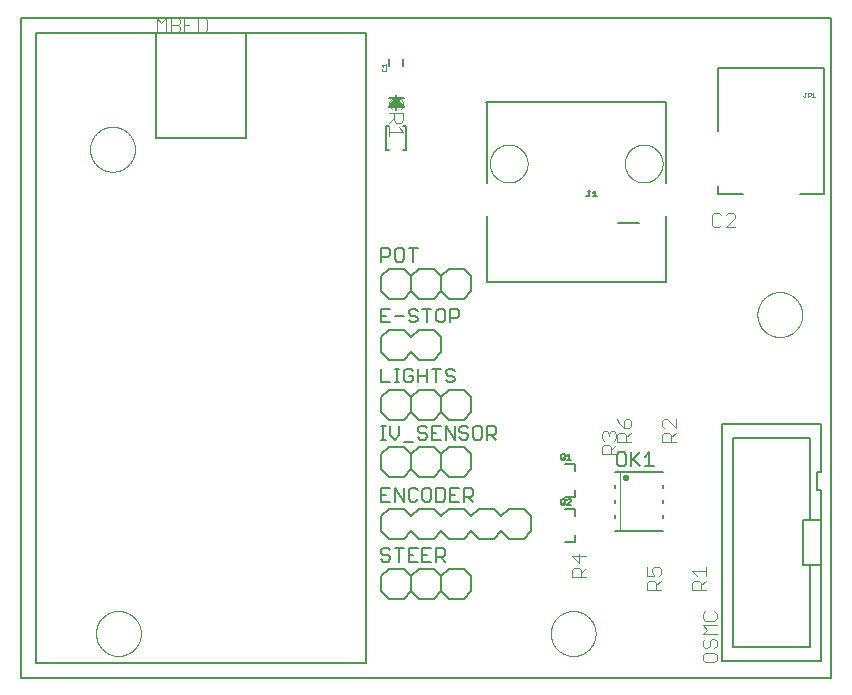
<source format=gto>
G75*
%MOIN*%
%OFA0B0*%
%FSLAX25Y25*%
%IPPOS*%
%LPD*%
%AMOC8*
5,1,8,0,0,1.08239X$1,22.5*
%
%ADD10C,0.00600*%
%ADD11C,0.00000*%
%ADD12C,0.00100*%
%ADD13C,0.00300*%
%ADD14C,0.00800*%
%ADD15C,0.00500*%
%ADD16C,0.00400*%
%ADD17C,0.02205*%
D10*
X0001300Y0001300D02*
X0001300Y0221300D01*
X0271300Y0221300D01*
X0271300Y0001300D01*
X0001300Y0001300D01*
X0121300Y0030020D02*
X0123800Y0027520D01*
X0128800Y0027520D01*
X0131300Y0030020D01*
X0133800Y0027520D01*
X0138800Y0027520D01*
X0141300Y0030020D01*
X0143800Y0027520D01*
X0148800Y0027520D01*
X0151300Y0030020D01*
X0151300Y0035020D01*
X0148800Y0037520D01*
X0143800Y0037520D01*
X0141300Y0035020D01*
X0141300Y0030020D01*
X0141300Y0035020D02*
X0138800Y0037520D01*
X0133800Y0037520D01*
X0131300Y0035020D01*
X0131300Y0030020D01*
X0131300Y0035020D02*
X0128800Y0037520D01*
X0123800Y0037520D01*
X0121300Y0035020D01*
X0121300Y0030020D01*
X0123800Y0068150D02*
X0128800Y0068150D01*
X0131300Y0070650D01*
X0133800Y0068150D01*
X0138800Y0068150D01*
X0141300Y0070650D01*
X0143800Y0068150D01*
X0148800Y0068150D01*
X0151300Y0070650D01*
X0151300Y0075650D01*
X0148800Y0078150D01*
X0143800Y0078150D01*
X0141300Y0075650D01*
X0141300Y0070650D01*
X0141300Y0075650D02*
X0138800Y0078150D01*
X0133800Y0078150D01*
X0131300Y0075650D01*
X0131300Y0070650D01*
X0131300Y0075650D02*
X0128800Y0078150D01*
X0123800Y0078150D01*
X0121300Y0075650D01*
X0121300Y0070650D01*
X0123800Y0068150D01*
X0123800Y0087206D02*
X0128800Y0087206D01*
X0131300Y0089706D01*
X0133800Y0087206D01*
X0138800Y0087206D01*
X0141300Y0089706D01*
X0143800Y0087206D01*
X0148800Y0087206D01*
X0151300Y0089706D01*
X0151300Y0094706D01*
X0148800Y0097206D01*
X0143800Y0097206D01*
X0141300Y0094706D01*
X0141300Y0089706D01*
X0141300Y0094706D02*
X0138800Y0097206D01*
X0133800Y0097206D01*
X0131300Y0094706D01*
X0131300Y0089706D01*
X0131300Y0094706D02*
X0128800Y0097206D01*
X0123800Y0097206D01*
X0121300Y0094706D01*
X0121300Y0089706D01*
X0123800Y0087206D01*
X0123800Y0127520D02*
X0128800Y0127520D01*
X0131300Y0130020D01*
X0133800Y0127520D01*
X0138800Y0127520D01*
X0141300Y0130020D01*
X0143800Y0127520D01*
X0148800Y0127520D01*
X0151300Y0130020D01*
X0151300Y0135020D01*
X0148800Y0137520D01*
X0143800Y0137520D01*
X0141300Y0135020D01*
X0141300Y0130020D01*
X0141300Y0135020D02*
X0138800Y0137520D01*
X0133800Y0137520D01*
X0131300Y0135020D01*
X0131300Y0130020D01*
X0131300Y0135020D02*
X0128800Y0137520D01*
X0123800Y0137520D01*
X0121300Y0135020D01*
X0121300Y0130020D01*
X0123800Y0127520D01*
X0124000Y0177300D02*
X0122900Y0177300D01*
X0122900Y0185300D01*
X0124000Y0185300D01*
X0128600Y0185300D02*
X0129700Y0185300D01*
X0129700Y0177300D01*
X0128600Y0177300D01*
X0126300Y0190500D02*
X0126300Y0194500D01*
X0125800Y0191500D01*
X0125300Y0191500D02*
X0126300Y0194500D01*
X0124800Y0191500D01*
X0124300Y0191500D02*
X0126300Y0194500D01*
X0123800Y0191500D01*
X0128800Y0191500D01*
X0126300Y0194500D01*
X0126800Y0191500D01*
X0127300Y0191500D02*
X0126300Y0194500D01*
X0127800Y0191500D01*
X0128300Y0191500D02*
X0126300Y0194500D01*
X0123800Y0194500D01*
X0126300Y0194500D02*
X0126300Y0195500D01*
X0126300Y0194500D02*
X0128800Y0194500D01*
X0128662Y0205119D02*
X0128662Y0207481D01*
X0123938Y0207481D02*
X0123938Y0205119D01*
X0199221Y0069883D02*
X0200906Y0069883D01*
X0215190Y0069883D01*
X0215206Y0065580D02*
X0215206Y0064580D01*
X0215206Y0060580D02*
X0215206Y0059580D01*
X0215206Y0055580D02*
X0215206Y0054580D01*
X0215190Y0050276D02*
X0200906Y0050276D01*
X0199221Y0050276D01*
X0199206Y0054580D02*
X0199206Y0055580D01*
X0199206Y0059580D02*
X0199206Y0060580D01*
X0199206Y0064580D02*
X0199206Y0065580D01*
D11*
X0177796Y0015985D02*
X0177798Y0016169D01*
X0177805Y0016352D01*
X0177816Y0016535D01*
X0177832Y0016718D01*
X0177852Y0016901D01*
X0177877Y0017083D01*
X0177906Y0017264D01*
X0177940Y0017444D01*
X0177978Y0017624D01*
X0178020Y0017802D01*
X0178067Y0017980D01*
X0178118Y0018156D01*
X0178174Y0018331D01*
X0178233Y0018505D01*
X0178297Y0018677D01*
X0178365Y0018847D01*
X0178438Y0019016D01*
X0178514Y0019183D01*
X0178595Y0019348D01*
X0178679Y0019511D01*
X0178768Y0019672D01*
X0178860Y0019830D01*
X0178956Y0019987D01*
X0179057Y0020141D01*
X0179160Y0020292D01*
X0179268Y0020441D01*
X0179379Y0020587D01*
X0179494Y0020730D01*
X0179612Y0020871D01*
X0179734Y0021008D01*
X0179859Y0021143D01*
X0179987Y0021274D01*
X0180118Y0021402D01*
X0180253Y0021527D01*
X0180390Y0021649D01*
X0180531Y0021767D01*
X0180674Y0021882D01*
X0180820Y0021993D01*
X0180969Y0022101D01*
X0181120Y0022204D01*
X0181274Y0022305D01*
X0181431Y0022401D01*
X0181589Y0022493D01*
X0181750Y0022582D01*
X0181913Y0022666D01*
X0182078Y0022747D01*
X0182245Y0022823D01*
X0182414Y0022896D01*
X0182584Y0022964D01*
X0182756Y0023028D01*
X0182930Y0023087D01*
X0183105Y0023143D01*
X0183281Y0023194D01*
X0183459Y0023241D01*
X0183637Y0023283D01*
X0183817Y0023321D01*
X0183997Y0023355D01*
X0184178Y0023384D01*
X0184360Y0023409D01*
X0184543Y0023429D01*
X0184726Y0023445D01*
X0184909Y0023456D01*
X0185092Y0023463D01*
X0185276Y0023465D01*
X0185460Y0023463D01*
X0185643Y0023456D01*
X0185826Y0023445D01*
X0186009Y0023429D01*
X0186192Y0023409D01*
X0186374Y0023384D01*
X0186555Y0023355D01*
X0186735Y0023321D01*
X0186915Y0023283D01*
X0187093Y0023241D01*
X0187271Y0023194D01*
X0187447Y0023143D01*
X0187622Y0023087D01*
X0187796Y0023028D01*
X0187968Y0022964D01*
X0188138Y0022896D01*
X0188307Y0022823D01*
X0188474Y0022747D01*
X0188639Y0022666D01*
X0188802Y0022582D01*
X0188963Y0022493D01*
X0189121Y0022401D01*
X0189278Y0022305D01*
X0189432Y0022204D01*
X0189583Y0022101D01*
X0189732Y0021993D01*
X0189878Y0021882D01*
X0190021Y0021767D01*
X0190162Y0021649D01*
X0190299Y0021527D01*
X0190434Y0021402D01*
X0190565Y0021274D01*
X0190693Y0021143D01*
X0190818Y0021008D01*
X0190940Y0020871D01*
X0191058Y0020730D01*
X0191173Y0020587D01*
X0191284Y0020441D01*
X0191392Y0020292D01*
X0191495Y0020141D01*
X0191596Y0019987D01*
X0191692Y0019830D01*
X0191784Y0019672D01*
X0191873Y0019511D01*
X0191957Y0019348D01*
X0192038Y0019183D01*
X0192114Y0019016D01*
X0192187Y0018847D01*
X0192255Y0018677D01*
X0192319Y0018505D01*
X0192378Y0018331D01*
X0192434Y0018156D01*
X0192485Y0017980D01*
X0192532Y0017802D01*
X0192574Y0017624D01*
X0192612Y0017444D01*
X0192646Y0017264D01*
X0192675Y0017083D01*
X0192700Y0016901D01*
X0192720Y0016718D01*
X0192736Y0016535D01*
X0192747Y0016352D01*
X0192754Y0016169D01*
X0192756Y0015985D01*
X0192754Y0015801D01*
X0192747Y0015618D01*
X0192736Y0015435D01*
X0192720Y0015252D01*
X0192700Y0015069D01*
X0192675Y0014887D01*
X0192646Y0014706D01*
X0192612Y0014526D01*
X0192574Y0014346D01*
X0192532Y0014168D01*
X0192485Y0013990D01*
X0192434Y0013814D01*
X0192378Y0013639D01*
X0192319Y0013465D01*
X0192255Y0013293D01*
X0192187Y0013123D01*
X0192114Y0012954D01*
X0192038Y0012787D01*
X0191957Y0012622D01*
X0191873Y0012459D01*
X0191784Y0012298D01*
X0191692Y0012140D01*
X0191596Y0011983D01*
X0191495Y0011829D01*
X0191392Y0011678D01*
X0191284Y0011529D01*
X0191173Y0011383D01*
X0191058Y0011240D01*
X0190940Y0011099D01*
X0190818Y0010962D01*
X0190693Y0010827D01*
X0190565Y0010696D01*
X0190434Y0010568D01*
X0190299Y0010443D01*
X0190162Y0010321D01*
X0190021Y0010203D01*
X0189878Y0010088D01*
X0189732Y0009977D01*
X0189583Y0009869D01*
X0189432Y0009766D01*
X0189278Y0009665D01*
X0189121Y0009569D01*
X0188963Y0009477D01*
X0188802Y0009388D01*
X0188639Y0009304D01*
X0188474Y0009223D01*
X0188307Y0009147D01*
X0188138Y0009074D01*
X0187968Y0009006D01*
X0187796Y0008942D01*
X0187622Y0008883D01*
X0187447Y0008827D01*
X0187271Y0008776D01*
X0187093Y0008729D01*
X0186915Y0008687D01*
X0186735Y0008649D01*
X0186555Y0008615D01*
X0186374Y0008586D01*
X0186192Y0008561D01*
X0186009Y0008541D01*
X0185826Y0008525D01*
X0185643Y0008514D01*
X0185460Y0008507D01*
X0185276Y0008505D01*
X0185092Y0008507D01*
X0184909Y0008514D01*
X0184726Y0008525D01*
X0184543Y0008541D01*
X0184360Y0008561D01*
X0184178Y0008586D01*
X0183997Y0008615D01*
X0183817Y0008649D01*
X0183637Y0008687D01*
X0183459Y0008729D01*
X0183281Y0008776D01*
X0183105Y0008827D01*
X0182930Y0008883D01*
X0182756Y0008942D01*
X0182584Y0009006D01*
X0182414Y0009074D01*
X0182245Y0009147D01*
X0182078Y0009223D01*
X0181913Y0009304D01*
X0181750Y0009388D01*
X0181589Y0009477D01*
X0181431Y0009569D01*
X0181274Y0009665D01*
X0181120Y0009766D01*
X0180969Y0009869D01*
X0180820Y0009977D01*
X0180674Y0010088D01*
X0180531Y0010203D01*
X0180390Y0010321D01*
X0180253Y0010443D01*
X0180118Y0010568D01*
X0179987Y0010696D01*
X0179859Y0010827D01*
X0179734Y0010962D01*
X0179612Y0011099D01*
X0179494Y0011240D01*
X0179379Y0011383D01*
X0179268Y0011529D01*
X0179160Y0011678D01*
X0179057Y0011829D01*
X0178956Y0011983D01*
X0178860Y0012140D01*
X0178768Y0012298D01*
X0178679Y0012459D01*
X0178595Y0012622D01*
X0178514Y0012787D01*
X0178438Y0012954D01*
X0178365Y0013123D01*
X0178297Y0013293D01*
X0178233Y0013465D01*
X0178174Y0013639D01*
X0178118Y0013814D01*
X0178067Y0013990D01*
X0178020Y0014168D01*
X0177978Y0014346D01*
X0177940Y0014526D01*
X0177906Y0014706D01*
X0177877Y0014887D01*
X0177852Y0015069D01*
X0177832Y0015252D01*
X0177816Y0015435D01*
X0177805Y0015618D01*
X0177798Y0015801D01*
X0177796Y0015985D01*
X0246694Y0122284D02*
X0246696Y0122468D01*
X0246703Y0122651D01*
X0246714Y0122834D01*
X0246730Y0123017D01*
X0246750Y0123200D01*
X0246775Y0123382D01*
X0246804Y0123563D01*
X0246838Y0123743D01*
X0246876Y0123923D01*
X0246918Y0124101D01*
X0246965Y0124279D01*
X0247016Y0124455D01*
X0247072Y0124630D01*
X0247131Y0124804D01*
X0247195Y0124976D01*
X0247263Y0125146D01*
X0247336Y0125315D01*
X0247412Y0125482D01*
X0247493Y0125647D01*
X0247577Y0125810D01*
X0247666Y0125971D01*
X0247758Y0126129D01*
X0247854Y0126286D01*
X0247955Y0126440D01*
X0248058Y0126591D01*
X0248166Y0126740D01*
X0248277Y0126886D01*
X0248392Y0127029D01*
X0248510Y0127170D01*
X0248632Y0127307D01*
X0248757Y0127442D01*
X0248885Y0127573D01*
X0249016Y0127701D01*
X0249151Y0127826D01*
X0249288Y0127948D01*
X0249429Y0128066D01*
X0249572Y0128181D01*
X0249718Y0128292D01*
X0249867Y0128400D01*
X0250018Y0128503D01*
X0250172Y0128604D01*
X0250329Y0128700D01*
X0250487Y0128792D01*
X0250648Y0128881D01*
X0250811Y0128965D01*
X0250976Y0129046D01*
X0251143Y0129122D01*
X0251312Y0129195D01*
X0251482Y0129263D01*
X0251654Y0129327D01*
X0251828Y0129386D01*
X0252003Y0129442D01*
X0252179Y0129493D01*
X0252357Y0129540D01*
X0252535Y0129582D01*
X0252715Y0129620D01*
X0252895Y0129654D01*
X0253076Y0129683D01*
X0253258Y0129708D01*
X0253441Y0129728D01*
X0253624Y0129744D01*
X0253807Y0129755D01*
X0253990Y0129762D01*
X0254174Y0129764D01*
X0254358Y0129762D01*
X0254541Y0129755D01*
X0254724Y0129744D01*
X0254907Y0129728D01*
X0255090Y0129708D01*
X0255272Y0129683D01*
X0255453Y0129654D01*
X0255633Y0129620D01*
X0255813Y0129582D01*
X0255991Y0129540D01*
X0256169Y0129493D01*
X0256345Y0129442D01*
X0256520Y0129386D01*
X0256694Y0129327D01*
X0256866Y0129263D01*
X0257036Y0129195D01*
X0257205Y0129122D01*
X0257372Y0129046D01*
X0257537Y0128965D01*
X0257700Y0128881D01*
X0257861Y0128792D01*
X0258019Y0128700D01*
X0258176Y0128604D01*
X0258330Y0128503D01*
X0258481Y0128400D01*
X0258630Y0128292D01*
X0258776Y0128181D01*
X0258919Y0128066D01*
X0259060Y0127948D01*
X0259197Y0127826D01*
X0259332Y0127701D01*
X0259463Y0127573D01*
X0259591Y0127442D01*
X0259716Y0127307D01*
X0259838Y0127170D01*
X0259956Y0127029D01*
X0260071Y0126886D01*
X0260182Y0126740D01*
X0260290Y0126591D01*
X0260393Y0126440D01*
X0260494Y0126286D01*
X0260590Y0126129D01*
X0260682Y0125971D01*
X0260771Y0125810D01*
X0260855Y0125647D01*
X0260936Y0125482D01*
X0261012Y0125315D01*
X0261085Y0125146D01*
X0261153Y0124976D01*
X0261217Y0124804D01*
X0261276Y0124630D01*
X0261332Y0124455D01*
X0261383Y0124279D01*
X0261430Y0124101D01*
X0261472Y0123923D01*
X0261510Y0123743D01*
X0261544Y0123563D01*
X0261573Y0123382D01*
X0261598Y0123200D01*
X0261618Y0123017D01*
X0261634Y0122834D01*
X0261645Y0122651D01*
X0261652Y0122468D01*
X0261654Y0122284D01*
X0261652Y0122100D01*
X0261645Y0121917D01*
X0261634Y0121734D01*
X0261618Y0121551D01*
X0261598Y0121368D01*
X0261573Y0121186D01*
X0261544Y0121005D01*
X0261510Y0120825D01*
X0261472Y0120645D01*
X0261430Y0120467D01*
X0261383Y0120289D01*
X0261332Y0120113D01*
X0261276Y0119938D01*
X0261217Y0119764D01*
X0261153Y0119592D01*
X0261085Y0119422D01*
X0261012Y0119253D01*
X0260936Y0119086D01*
X0260855Y0118921D01*
X0260771Y0118758D01*
X0260682Y0118597D01*
X0260590Y0118439D01*
X0260494Y0118282D01*
X0260393Y0118128D01*
X0260290Y0117977D01*
X0260182Y0117828D01*
X0260071Y0117682D01*
X0259956Y0117539D01*
X0259838Y0117398D01*
X0259716Y0117261D01*
X0259591Y0117126D01*
X0259463Y0116995D01*
X0259332Y0116867D01*
X0259197Y0116742D01*
X0259060Y0116620D01*
X0258919Y0116502D01*
X0258776Y0116387D01*
X0258630Y0116276D01*
X0258481Y0116168D01*
X0258330Y0116065D01*
X0258176Y0115964D01*
X0258019Y0115868D01*
X0257861Y0115776D01*
X0257700Y0115687D01*
X0257537Y0115603D01*
X0257372Y0115522D01*
X0257205Y0115446D01*
X0257036Y0115373D01*
X0256866Y0115305D01*
X0256694Y0115241D01*
X0256520Y0115182D01*
X0256345Y0115126D01*
X0256169Y0115075D01*
X0255991Y0115028D01*
X0255813Y0114986D01*
X0255633Y0114948D01*
X0255453Y0114914D01*
X0255272Y0114885D01*
X0255090Y0114860D01*
X0254907Y0114840D01*
X0254724Y0114824D01*
X0254541Y0114813D01*
X0254358Y0114806D01*
X0254174Y0114804D01*
X0253990Y0114806D01*
X0253807Y0114813D01*
X0253624Y0114824D01*
X0253441Y0114840D01*
X0253258Y0114860D01*
X0253076Y0114885D01*
X0252895Y0114914D01*
X0252715Y0114948D01*
X0252535Y0114986D01*
X0252357Y0115028D01*
X0252179Y0115075D01*
X0252003Y0115126D01*
X0251828Y0115182D01*
X0251654Y0115241D01*
X0251482Y0115305D01*
X0251312Y0115373D01*
X0251143Y0115446D01*
X0250976Y0115522D01*
X0250811Y0115603D01*
X0250648Y0115687D01*
X0250487Y0115776D01*
X0250329Y0115868D01*
X0250172Y0115964D01*
X0250018Y0116065D01*
X0249867Y0116168D01*
X0249718Y0116276D01*
X0249572Y0116387D01*
X0249429Y0116502D01*
X0249288Y0116620D01*
X0249151Y0116742D01*
X0249016Y0116867D01*
X0248885Y0116995D01*
X0248757Y0117126D01*
X0248632Y0117261D01*
X0248510Y0117398D01*
X0248392Y0117539D01*
X0248277Y0117682D01*
X0248166Y0117828D01*
X0248058Y0117977D01*
X0247955Y0118128D01*
X0247854Y0118282D01*
X0247758Y0118439D01*
X0247666Y0118597D01*
X0247577Y0118758D01*
X0247493Y0118921D01*
X0247412Y0119086D01*
X0247336Y0119253D01*
X0247263Y0119422D01*
X0247195Y0119592D01*
X0247131Y0119764D01*
X0247072Y0119938D01*
X0247016Y0120113D01*
X0246965Y0120289D01*
X0246918Y0120467D01*
X0246876Y0120645D01*
X0246838Y0120825D01*
X0246804Y0121005D01*
X0246775Y0121186D01*
X0246750Y0121368D01*
X0246730Y0121551D01*
X0246714Y0121734D01*
X0246703Y0121917D01*
X0246696Y0122100D01*
X0246694Y0122284D01*
X0202501Y0172619D02*
X0202503Y0172777D01*
X0202509Y0172935D01*
X0202519Y0173093D01*
X0202533Y0173251D01*
X0202551Y0173408D01*
X0202572Y0173565D01*
X0202598Y0173721D01*
X0202628Y0173877D01*
X0202661Y0174032D01*
X0202699Y0174185D01*
X0202740Y0174338D01*
X0202785Y0174490D01*
X0202834Y0174641D01*
X0202887Y0174790D01*
X0202943Y0174938D01*
X0203003Y0175084D01*
X0203067Y0175229D01*
X0203135Y0175372D01*
X0203206Y0175514D01*
X0203280Y0175654D01*
X0203358Y0175791D01*
X0203440Y0175927D01*
X0203524Y0176061D01*
X0203613Y0176192D01*
X0203704Y0176321D01*
X0203799Y0176448D01*
X0203896Y0176573D01*
X0203997Y0176695D01*
X0204101Y0176814D01*
X0204208Y0176931D01*
X0204318Y0177045D01*
X0204431Y0177156D01*
X0204546Y0177265D01*
X0204664Y0177370D01*
X0204785Y0177472D01*
X0204908Y0177572D01*
X0205034Y0177668D01*
X0205162Y0177761D01*
X0205292Y0177851D01*
X0205425Y0177937D01*
X0205560Y0178021D01*
X0205696Y0178100D01*
X0205835Y0178177D01*
X0205976Y0178249D01*
X0206118Y0178319D01*
X0206262Y0178384D01*
X0206408Y0178446D01*
X0206555Y0178504D01*
X0206704Y0178559D01*
X0206854Y0178610D01*
X0207005Y0178657D01*
X0207157Y0178700D01*
X0207310Y0178739D01*
X0207465Y0178775D01*
X0207620Y0178806D01*
X0207776Y0178834D01*
X0207932Y0178858D01*
X0208089Y0178878D01*
X0208247Y0178894D01*
X0208404Y0178906D01*
X0208563Y0178914D01*
X0208721Y0178918D01*
X0208879Y0178918D01*
X0209037Y0178914D01*
X0209196Y0178906D01*
X0209353Y0178894D01*
X0209511Y0178878D01*
X0209668Y0178858D01*
X0209824Y0178834D01*
X0209980Y0178806D01*
X0210135Y0178775D01*
X0210290Y0178739D01*
X0210443Y0178700D01*
X0210595Y0178657D01*
X0210746Y0178610D01*
X0210896Y0178559D01*
X0211045Y0178504D01*
X0211192Y0178446D01*
X0211338Y0178384D01*
X0211482Y0178319D01*
X0211624Y0178249D01*
X0211765Y0178177D01*
X0211904Y0178100D01*
X0212040Y0178021D01*
X0212175Y0177937D01*
X0212308Y0177851D01*
X0212438Y0177761D01*
X0212566Y0177668D01*
X0212692Y0177572D01*
X0212815Y0177472D01*
X0212936Y0177370D01*
X0213054Y0177265D01*
X0213169Y0177156D01*
X0213282Y0177045D01*
X0213392Y0176931D01*
X0213499Y0176814D01*
X0213603Y0176695D01*
X0213704Y0176573D01*
X0213801Y0176448D01*
X0213896Y0176321D01*
X0213987Y0176192D01*
X0214076Y0176061D01*
X0214160Y0175927D01*
X0214242Y0175791D01*
X0214320Y0175654D01*
X0214394Y0175514D01*
X0214465Y0175372D01*
X0214533Y0175229D01*
X0214597Y0175084D01*
X0214657Y0174938D01*
X0214713Y0174790D01*
X0214766Y0174641D01*
X0214815Y0174490D01*
X0214860Y0174338D01*
X0214901Y0174185D01*
X0214939Y0174032D01*
X0214972Y0173877D01*
X0215002Y0173721D01*
X0215028Y0173565D01*
X0215049Y0173408D01*
X0215067Y0173251D01*
X0215081Y0173093D01*
X0215091Y0172935D01*
X0215097Y0172777D01*
X0215099Y0172619D01*
X0215097Y0172461D01*
X0215091Y0172303D01*
X0215081Y0172145D01*
X0215067Y0171987D01*
X0215049Y0171830D01*
X0215028Y0171673D01*
X0215002Y0171517D01*
X0214972Y0171361D01*
X0214939Y0171206D01*
X0214901Y0171053D01*
X0214860Y0170900D01*
X0214815Y0170748D01*
X0214766Y0170597D01*
X0214713Y0170448D01*
X0214657Y0170300D01*
X0214597Y0170154D01*
X0214533Y0170009D01*
X0214465Y0169866D01*
X0214394Y0169724D01*
X0214320Y0169584D01*
X0214242Y0169447D01*
X0214160Y0169311D01*
X0214076Y0169177D01*
X0213987Y0169046D01*
X0213896Y0168917D01*
X0213801Y0168790D01*
X0213704Y0168665D01*
X0213603Y0168543D01*
X0213499Y0168424D01*
X0213392Y0168307D01*
X0213282Y0168193D01*
X0213169Y0168082D01*
X0213054Y0167973D01*
X0212936Y0167868D01*
X0212815Y0167766D01*
X0212692Y0167666D01*
X0212566Y0167570D01*
X0212438Y0167477D01*
X0212308Y0167387D01*
X0212175Y0167301D01*
X0212040Y0167217D01*
X0211904Y0167138D01*
X0211765Y0167061D01*
X0211624Y0166989D01*
X0211482Y0166919D01*
X0211338Y0166854D01*
X0211192Y0166792D01*
X0211045Y0166734D01*
X0210896Y0166679D01*
X0210746Y0166628D01*
X0210595Y0166581D01*
X0210443Y0166538D01*
X0210290Y0166499D01*
X0210135Y0166463D01*
X0209980Y0166432D01*
X0209824Y0166404D01*
X0209668Y0166380D01*
X0209511Y0166360D01*
X0209353Y0166344D01*
X0209196Y0166332D01*
X0209037Y0166324D01*
X0208879Y0166320D01*
X0208721Y0166320D01*
X0208563Y0166324D01*
X0208404Y0166332D01*
X0208247Y0166344D01*
X0208089Y0166360D01*
X0207932Y0166380D01*
X0207776Y0166404D01*
X0207620Y0166432D01*
X0207465Y0166463D01*
X0207310Y0166499D01*
X0207157Y0166538D01*
X0207005Y0166581D01*
X0206854Y0166628D01*
X0206704Y0166679D01*
X0206555Y0166734D01*
X0206408Y0166792D01*
X0206262Y0166854D01*
X0206118Y0166919D01*
X0205976Y0166989D01*
X0205835Y0167061D01*
X0205696Y0167138D01*
X0205560Y0167217D01*
X0205425Y0167301D01*
X0205292Y0167387D01*
X0205162Y0167477D01*
X0205034Y0167570D01*
X0204908Y0167666D01*
X0204785Y0167766D01*
X0204664Y0167868D01*
X0204546Y0167973D01*
X0204431Y0168082D01*
X0204318Y0168193D01*
X0204208Y0168307D01*
X0204101Y0168424D01*
X0203997Y0168543D01*
X0203896Y0168665D01*
X0203799Y0168790D01*
X0203704Y0168917D01*
X0203613Y0169046D01*
X0203524Y0169177D01*
X0203440Y0169311D01*
X0203358Y0169447D01*
X0203280Y0169584D01*
X0203206Y0169724D01*
X0203135Y0169866D01*
X0203067Y0170009D01*
X0203003Y0170154D01*
X0202943Y0170300D01*
X0202887Y0170448D01*
X0202834Y0170597D01*
X0202785Y0170748D01*
X0202740Y0170900D01*
X0202699Y0171053D01*
X0202661Y0171206D01*
X0202628Y0171361D01*
X0202598Y0171517D01*
X0202572Y0171673D01*
X0202551Y0171830D01*
X0202533Y0171987D01*
X0202519Y0172145D01*
X0202509Y0172303D01*
X0202503Y0172461D01*
X0202501Y0172619D01*
X0157501Y0172619D02*
X0157503Y0172777D01*
X0157509Y0172935D01*
X0157519Y0173093D01*
X0157533Y0173251D01*
X0157551Y0173408D01*
X0157572Y0173565D01*
X0157598Y0173721D01*
X0157628Y0173877D01*
X0157661Y0174032D01*
X0157699Y0174185D01*
X0157740Y0174338D01*
X0157785Y0174490D01*
X0157834Y0174641D01*
X0157887Y0174790D01*
X0157943Y0174938D01*
X0158003Y0175084D01*
X0158067Y0175229D01*
X0158135Y0175372D01*
X0158206Y0175514D01*
X0158280Y0175654D01*
X0158358Y0175791D01*
X0158440Y0175927D01*
X0158524Y0176061D01*
X0158613Y0176192D01*
X0158704Y0176321D01*
X0158799Y0176448D01*
X0158896Y0176573D01*
X0158997Y0176695D01*
X0159101Y0176814D01*
X0159208Y0176931D01*
X0159318Y0177045D01*
X0159431Y0177156D01*
X0159546Y0177265D01*
X0159664Y0177370D01*
X0159785Y0177472D01*
X0159908Y0177572D01*
X0160034Y0177668D01*
X0160162Y0177761D01*
X0160292Y0177851D01*
X0160425Y0177937D01*
X0160560Y0178021D01*
X0160696Y0178100D01*
X0160835Y0178177D01*
X0160976Y0178249D01*
X0161118Y0178319D01*
X0161262Y0178384D01*
X0161408Y0178446D01*
X0161555Y0178504D01*
X0161704Y0178559D01*
X0161854Y0178610D01*
X0162005Y0178657D01*
X0162157Y0178700D01*
X0162310Y0178739D01*
X0162465Y0178775D01*
X0162620Y0178806D01*
X0162776Y0178834D01*
X0162932Y0178858D01*
X0163089Y0178878D01*
X0163247Y0178894D01*
X0163404Y0178906D01*
X0163563Y0178914D01*
X0163721Y0178918D01*
X0163879Y0178918D01*
X0164037Y0178914D01*
X0164196Y0178906D01*
X0164353Y0178894D01*
X0164511Y0178878D01*
X0164668Y0178858D01*
X0164824Y0178834D01*
X0164980Y0178806D01*
X0165135Y0178775D01*
X0165290Y0178739D01*
X0165443Y0178700D01*
X0165595Y0178657D01*
X0165746Y0178610D01*
X0165896Y0178559D01*
X0166045Y0178504D01*
X0166192Y0178446D01*
X0166338Y0178384D01*
X0166482Y0178319D01*
X0166624Y0178249D01*
X0166765Y0178177D01*
X0166904Y0178100D01*
X0167040Y0178021D01*
X0167175Y0177937D01*
X0167308Y0177851D01*
X0167438Y0177761D01*
X0167566Y0177668D01*
X0167692Y0177572D01*
X0167815Y0177472D01*
X0167936Y0177370D01*
X0168054Y0177265D01*
X0168169Y0177156D01*
X0168282Y0177045D01*
X0168392Y0176931D01*
X0168499Y0176814D01*
X0168603Y0176695D01*
X0168704Y0176573D01*
X0168801Y0176448D01*
X0168896Y0176321D01*
X0168987Y0176192D01*
X0169076Y0176061D01*
X0169160Y0175927D01*
X0169242Y0175791D01*
X0169320Y0175654D01*
X0169394Y0175514D01*
X0169465Y0175372D01*
X0169533Y0175229D01*
X0169597Y0175084D01*
X0169657Y0174938D01*
X0169713Y0174790D01*
X0169766Y0174641D01*
X0169815Y0174490D01*
X0169860Y0174338D01*
X0169901Y0174185D01*
X0169939Y0174032D01*
X0169972Y0173877D01*
X0170002Y0173721D01*
X0170028Y0173565D01*
X0170049Y0173408D01*
X0170067Y0173251D01*
X0170081Y0173093D01*
X0170091Y0172935D01*
X0170097Y0172777D01*
X0170099Y0172619D01*
X0170097Y0172461D01*
X0170091Y0172303D01*
X0170081Y0172145D01*
X0170067Y0171987D01*
X0170049Y0171830D01*
X0170028Y0171673D01*
X0170002Y0171517D01*
X0169972Y0171361D01*
X0169939Y0171206D01*
X0169901Y0171053D01*
X0169860Y0170900D01*
X0169815Y0170748D01*
X0169766Y0170597D01*
X0169713Y0170448D01*
X0169657Y0170300D01*
X0169597Y0170154D01*
X0169533Y0170009D01*
X0169465Y0169866D01*
X0169394Y0169724D01*
X0169320Y0169584D01*
X0169242Y0169447D01*
X0169160Y0169311D01*
X0169076Y0169177D01*
X0168987Y0169046D01*
X0168896Y0168917D01*
X0168801Y0168790D01*
X0168704Y0168665D01*
X0168603Y0168543D01*
X0168499Y0168424D01*
X0168392Y0168307D01*
X0168282Y0168193D01*
X0168169Y0168082D01*
X0168054Y0167973D01*
X0167936Y0167868D01*
X0167815Y0167766D01*
X0167692Y0167666D01*
X0167566Y0167570D01*
X0167438Y0167477D01*
X0167308Y0167387D01*
X0167175Y0167301D01*
X0167040Y0167217D01*
X0166904Y0167138D01*
X0166765Y0167061D01*
X0166624Y0166989D01*
X0166482Y0166919D01*
X0166338Y0166854D01*
X0166192Y0166792D01*
X0166045Y0166734D01*
X0165896Y0166679D01*
X0165746Y0166628D01*
X0165595Y0166581D01*
X0165443Y0166538D01*
X0165290Y0166499D01*
X0165135Y0166463D01*
X0164980Y0166432D01*
X0164824Y0166404D01*
X0164668Y0166380D01*
X0164511Y0166360D01*
X0164353Y0166344D01*
X0164196Y0166332D01*
X0164037Y0166324D01*
X0163879Y0166320D01*
X0163721Y0166320D01*
X0163563Y0166324D01*
X0163404Y0166332D01*
X0163247Y0166344D01*
X0163089Y0166360D01*
X0162932Y0166380D01*
X0162776Y0166404D01*
X0162620Y0166432D01*
X0162465Y0166463D01*
X0162310Y0166499D01*
X0162157Y0166538D01*
X0162005Y0166581D01*
X0161854Y0166628D01*
X0161704Y0166679D01*
X0161555Y0166734D01*
X0161408Y0166792D01*
X0161262Y0166854D01*
X0161118Y0166919D01*
X0160976Y0166989D01*
X0160835Y0167061D01*
X0160696Y0167138D01*
X0160560Y0167217D01*
X0160425Y0167301D01*
X0160292Y0167387D01*
X0160162Y0167477D01*
X0160034Y0167570D01*
X0159908Y0167666D01*
X0159785Y0167766D01*
X0159664Y0167868D01*
X0159546Y0167973D01*
X0159431Y0168082D01*
X0159318Y0168193D01*
X0159208Y0168307D01*
X0159101Y0168424D01*
X0158997Y0168543D01*
X0158896Y0168665D01*
X0158799Y0168790D01*
X0158704Y0168917D01*
X0158613Y0169046D01*
X0158524Y0169177D01*
X0158440Y0169311D01*
X0158358Y0169447D01*
X0158280Y0169584D01*
X0158206Y0169724D01*
X0158135Y0169866D01*
X0158067Y0170009D01*
X0158003Y0170154D01*
X0157943Y0170300D01*
X0157887Y0170448D01*
X0157834Y0170597D01*
X0157785Y0170748D01*
X0157740Y0170900D01*
X0157699Y0171053D01*
X0157661Y0171206D01*
X0157628Y0171361D01*
X0157598Y0171517D01*
X0157572Y0171673D01*
X0157551Y0171830D01*
X0157533Y0171987D01*
X0157519Y0172145D01*
X0157509Y0172303D01*
X0157503Y0172461D01*
X0157501Y0172619D01*
X0024253Y0177402D02*
X0024255Y0177586D01*
X0024262Y0177769D01*
X0024273Y0177952D01*
X0024289Y0178135D01*
X0024309Y0178318D01*
X0024334Y0178500D01*
X0024363Y0178681D01*
X0024397Y0178861D01*
X0024435Y0179041D01*
X0024477Y0179219D01*
X0024524Y0179397D01*
X0024575Y0179573D01*
X0024631Y0179748D01*
X0024690Y0179922D01*
X0024754Y0180094D01*
X0024822Y0180264D01*
X0024895Y0180433D01*
X0024971Y0180600D01*
X0025052Y0180765D01*
X0025136Y0180928D01*
X0025225Y0181089D01*
X0025317Y0181247D01*
X0025413Y0181404D01*
X0025514Y0181558D01*
X0025617Y0181709D01*
X0025725Y0181858D01*
X0025836Y0182004D01*
X0025951Y0182147D01*
X0026069Y0182288D01*
X0026191Y0182425D01*
X0026316Y0182560D01*
X0026444Y0182691D01*
X0026575Y0182819D01*
X0026710Y0182944D01*
X0026847Y0183066D01*
X0026988Y0183184D01*
X0027131Y0183299D01*
X0027277Y0183410D01*
X0027426Y0183518D01*
X0027577Y0183621D01*
X0027731Y0183722D01*
X0027888Y0183818D01*
X0028046Y0183910D01*
X0028207Y0183999D01*
X0028370Y0184083D01*
X0028535Y0184164D01*
X0028702Y0184240D01*
X0028871Y0184313D01*
X0029041Y0184381D01*
X0029213Y0184445D01*
X0029387Y0184504D01*
X0029562Y0184560D01*
X0029738Y0184611D01*
X0029916Y0184658D01*
X0030094Y0184700D01*
X0030274Y0184738D01*
X0030454Y0184772D01*
X0030635Y0184801D01*
X0030817Y0184826D01*
X0031000Y0184846D01*
X0031183Y0184862D01*
X0031366Y0184873D01*
X0031549Y0184880D01*
X0031733Y0184882D01*
X0031917Y0184880D01*
X0032100Y0184873D01*
X0032283Y0184862D01*
X0032466Y0184846D01*
X0032649Y0184826D01*
X0032831Y0184801D01*
X0033012Y0184772D01*
X0033192Y0184738D01*
X0033372Y0184700D01*
X0033550Y0184658D01*
X0033728Y0184611D01*
X0033904Y0184560D01*
X0034079Y0184504D01*
X0034253Y0184445D01*
X0034425Y0184381D01*
X0034595Y0184313D01*
X0034764Y0184240D01*
X0034931Y0184164D01*
X0035096Y0184083D01*
X0035259Y0183999D01*
X0035420Y0183910D01*
X0035578Y0183818D01*
X0035735Y0183722D01*
X0035889Y0183621D01*
X0036040Y0183518D01*
X0036189Y0183410D01*
X0036335Y0183299D01*
X0036478Y0183184D01*
X0036619Y0183066D01*
X0036756Y0182944D01*
X0036891Y0182819D01*
X0037022Y0182691D01*
X0037150Y0182560D01*
X0037275Y0182425D01*
X0037397Y0182288D01*
X0037515Y0182147D01*
X0037630Y0182004D01*
X0037741Y0181858D01*
X0037849Y0181709D01*
X0037952Y0181558D01*
X0038053Y0181404D01*
X0038149Y0181247D01*
X0038241Y0181089D01*
X0038330Y0180928D01*
X0038414Y0180765D01*
X0038495Y0180600D01*
X0038571Y0180433D01*
X0038644Y0180264D01*
X0038712Y0180094D01*
X0038776Y0179922D01*
X0038835Y0179748D01*
X0038891Y0179573D01*
X0038942Y0179397D01*
X0038989Y0179219D01*
X0039031Y0179041D01*
X0039069Y0178861D01*
X0039103Y0178681D01*
X0039132Y0178500D01*
X0039157Y0178318D01*
X0039177Y0178135D01*
X0039193Y0177952D01*
X0039204Y0177769D01*
X0039211Y0177586D01*
X0039213Y0177402D01*
X0039211Y0177218D01*
X0039204Y0177035D01*
X0039193Y0176852D01*
X0039177Y0176669D01*
X0039157Y0176486D01*
X0039132Y0176304D01*
X0039103Y0176123D01*
X0039069Y0175943D01*
X0039031Y0175763D01*
X0038989Y0175585D01*
X0038942Y0175407D01*
X0038891Y0175231D01*
X0038835Y0175056D01*
X0038776Y0174882D01*
X0038712Y0174710D01*
X0038644Y0174540D01*
X0038571Y0174371D01*
X0038495Y0174204D01*
X0038414Y0174039D01*
X0038330Y0173876D01*
X0038241Y0173715D01*
X0038149Y0173557D01*
X0038053Y0173400D01*
X0037952Y0173246D01*
X0037849Y0173095D01*
X0037741Y0172946D01*
X0037630Y0172800D01*
X0037515Y0172657D01*
X0037397Y0172516D01*
X0037275Y0172379D01*
X0037150Y0172244D01*
X0037022Y0172113D01*
X0036891Y0171985D01*
X0036756Y0171860D01*
X0036619Y0171738D01*
X0036478Y0171620D01*
X0036335Y0171505D01*
X0036189Y0171394D01*
X0036040Y0171286D01*
X0035889Y0171183D01*
X0035735Y0171082D01*
X0035578Y0170986D01*
X0035420Y0170894D01*
X0035259Y0170805D01*
X0035096Y0170721D01*
X0034931Y0170640D01*
X0034764Y0170564D01*
X0034595Y0170491D01*
X0034425Y0170423D01*
X0034253Y0170359D01*
X0034079Y0170300D01*
X0033904Y0170244D01*
X0033728Y0170193D01*
X0033550Y0170146D01*
X0033372Y0170104D01*
X0033192Y0170066D01*
X0033012Y0170032D01*
X0032831Y0170003D01*
X0032649Y0169978D01*
X0032466Y0169958D01*
X0032283Y0169942D01*
X0032100Y0169931D01*
X0031917Y0169924D01*
X0031733Y0169922D01*
X0031549Y0169924D01*
X0031366Y0169931D01*
X0031183Y0169942D01*
X0031000Y0169958D01*
X0030817Y0169978D01*
X0030635Y0170003D01*
X0030454Y0170032D01*
X0030274Y0170066D01*
X0030094Y0170104D01*
X0029916Y0170146D01*
X0029738Y0170193D01*
X0029562Y0170244D01*
X0029387Y0170300D01*
X0029213Y0170359D01*
X0029041Y0170423D01*
X0028871Y0170491D01*
X0028702Y0170564D01*
X0028535Y0170640D01*
X0028370Y0170721D01*
X0028207Y0170805D01*
X0028046Y0170894D01*
X0027888Y0170986D01*
X0027731Y0171082D01*
X0027577Y0171183D01*
X0027426Y0171286D01*
X0027277Y0171394D01*
X0027131Y0171505D01*
X0026988Y0171620D01*
X0026847Y0171738D01*
X0026710Y0171860D01*
X0026575Y0171985D01*
X0026444Y0172113D01*
X0026316Y0172244D01*
X0026191Y0172379D01*
X0026069Y0172516D01*
X0025951Y0172657D01*
X0025836Y0172800D01*
X0025725Y0172946D01*
X0025617Y0173095D01*
X0025514Y0173246D01*
X0025413Y0173400D01*
X0025317Y0173557D01*
X0025225Y0173715D01*
X0025136Y0173876D01*
X0025052Y0174039D01*
X0024971Y0174204D01*
X0024895Y0174371D01*
X0024822Y0174540D01*
X0024754Y0174710D01*
X0024690Y0174882D01*
X0024631Y0175056D01*
X0024575Y0175231D01*
X0024524Y0175407D01*
X0024477Y0175585D01*
X0024435Y0175763D01*
X0024397Y0175943D01*
X0024363Y0176123D01*
X0024334Y0176304D01*
X0024309Y0176486D01*
X0024289Y0176669D01*
X0024273Y0176852D01*
X0024262Y0177035D01*
X0024255Y0177218D01*
X0024253Y0177402D01*
X0026222Y0015985D02*
X0026224Y0016169D01*
X0026231Y0016352D01*
X0026242Y0016535D01*
X0026258Y0016718D01*
X0026278Y0016901D01*
X0026303Y0017083D01*
X0026332Y0017264D01*
X0026366Y0017444D01*
X0026404Y0017624D01*
X0026446Y0017802D01*
X0026493Y0017980D01*
X0026544Y0018156D01*
X0026600Y0018331D01*
X0026659Y0018505D01*
X0026723Y0018677D01*
X0026791Y0018847D01*
X0026864Y0019016D01*
X0026940Y0019183D01*
X0027021Y0019348D01*
X0027105Y0019511D01*
X0027194Y0019672D01*
X0027286Y0019830D01*
X0027382Y0019987D01*
X0027483Y0020141D01*
X0027586Y0020292D01*
X0027694Y0020441D01*
X0027805Y0020587D01*
X0027920Y0020730D01*
X0028038Y0020871D01*
X0028160Y0021008D01*
X0028285Y0021143D01*
X0028413Y0021274D01*
X0028544Y0021402D01*
X0028679Y0021527D01*
X0028816Y0021649D01*
X0028957Y0021767D01*
X0029100Y0021882D01*
X0029246Y0021993D01*
X0029395Y0022101D01*
X0029546Y0022204D01*
X0029700Y0022305D01*
X0029857Y0022401D01*
X0030015Y0022493D01*
X0030176Y0022582D01*
X0030339Y0022666D01*
X0030504Y0022747D01*
X0030671Y0022823D01*
X0030840Y0022896D01*
X0031010Y0022964D01*
X0031182Y0023028D01*
X0031356Y0023087D01*
X0031531Y0023143D01*
X0031707Y0023194D01*
X0031885Y0023241D01*
X0032063Y0023283D01*
X0032243Y0023321D01*
X0032423Y0023355D01*
X0032604Y0023384D01*
X0032786Y0023409D01*
X0032969Y0023429D01*
X0033152Y0023445D01*
X0033335Y0023456D01*
X0033518Y0023463D01*
X0033702Y0023465D01*
X0033886Y0023463D01*
X0034069Y0023456D01*
X0034252Y0023445D01*
X0034435Y0023429D01*
X0034618Y0023409D01*
X0034800Y0023384D01*
X0034981Y0023355D01*
X0035161Y0023321D01*
X0035341Y0023283D01*
X0035519Y0023241D01*
X0035697Y0023194D01*
X0035873Y0023143D01*
X0036048Y0023087D01*
X0036222Y0023028D01*
X0036394Y0022964D01*
X0036564Y0022896D01*
X0036733Y0022823D01*
X0036900Y0022747D01*
X0037065Y0022666D01*
X0037228Y0022582D01*
X0037389Y0022493D01*
X0037547Y0022401D01*
X0037704Y0022305D01*
X0037858Y0022204D01*
X0038009Y0022101D01*
X0038158Y0021993D01*
X0038304Y0021882D01*
X0038447Y0021767D01*
X0038588Y0021649D01*
X0038725Y0021527D01*
X0038860Y0021402D01*
X0038991Y0021274D01*
X0039119Y0021143D01*
X0039244Y0021008D01*
X0039366Y0020871D01*
X0039484Y0020730D01*
X0039599Y0020587D01*
X0039710Y0020441D01*
X0039818Y0020292D01*
X0039921Y0020141D01*
X0040022Y0019987D01*
X0040118Y0019830D01*
X0040210Y0019672D01*
X0040299Y0019511D01*
X0040383Y0019348D01*
X0040464Y0019183D01*
X0040540Y0019016D01*
X0040613Y0018847D01*
X0040681Y0018677D01*
X0040745Y0018505D01*
X0040804Y0018331D01*
X0040860Y0018156D01*
X0040911Y0017980D01*
X0040958Y0017802D01*
X0041000Y0017624D01*
X0041038Y0017444D01*
X0041072Y0017264D01*
X0041101Y0017083D01*
X0041126Y0016901D01*
X0041146Y0016718D01*
X0041162Y0016535D01*
X0041173Y0016352D01*
X0041180Y0016169D01*
X0041182Y0015985D01*
X0041180Y0015801D01*
X0041173Y0015618D01*
X0041162Y0015435D01*
X0041146Y0015252D01*
X0041126Y0015069D01*
X0041101Y0014887D01*
X0041072Y0014706D01*
X0041038Y0014526D01*
X0041000Y0014346D01*
X0040958Y0014168D01*
X0040911Y0013990D01*
X0040860Y0013814D01*
X0040804Y0013639D01*
X0040745Y0013465D01*
X0040681Y0013293D01*
X0040613Y0013123D01*
X0040540Y0012954D01*
X0040464Y0012787D01*
X0040383Y0012622D01*
X0040299Y0012459D01*
X0040210Y0012298D01*
X0040118Y0012140D01*
X0040022Y0011983D01*
X0039921Y0011829D01*
X0039818Y0011678D01*
X0039710Y0011529D01*
X0039599Y0011383D01*
X0039484Y0011240D01*
X0039366Y0011099D01*
X0039244Y0010962D01*
X0039119Y0010827D01*
X0038991Y0010696D01*
X0038860Y0010568D01*
X0038725Y0010443D01*
X0038588Y0010321D01*
X0038447Y0010203D01*
X0038304Y0010088D01*
X0038158Y0009977D01*
X0038009Y0009869D01*
X0037858Y0009766D01*
X0037704Y0009665D01*
X0037547Y0009569D01*
X0037389Y0009477D01*
X0037228Y0009388D01*
X0037065Y0009304D01*
X0036900Y0009223D01*
X0036733Y0009147D01*
X0036564Y0009074D01*
X0036394Y0009006D01*
X0036222Y0008942D01*
X0036048Y0008883D01*
X0035873Y0008827D01*
X0035697Y0008776D01*
X0035519Y0008729D01*
X0035341Y0008687D01*
X0035161Y0008649D01*
X0034981Y0008615D01*
X0034800Y0008586D01*
X0034618Y0008561D01*
X0034435Y0008541D01*
X0034252Y0008525D01*
X0034069Y0008514D01*
X0033886Y0008507D01*
X0033702Y0008505D01*
X0033518Y0008507D01*
X0033335Y0008514D01*
X0033152Y0008525D01*
X0032969Y0008541D01*
X0032786Y0008561D01*
X0032604Y0008586D01*
X0032423Y0008615D01*
X0032243Y0008649D01*
X0032063Y0008687D01*
X0031885Y0008729D01*
X0031707Y0008776D01*
X0031531Y0008827D01*
X0031356Y0008883D01*
X0031182Y0008942D01*
X0031010Y0009006D01*
X0030840Y0009074D01*
X0030671Y0009147D01*
X0030504Y0009223D01*
X0030339Y0009304D01*
X0030176Y0009388D01*
X0030015Y0009477D01*
X0029857Y0009569D01*
X0029700Y0009665D01*
X0029546Y0009766D01*
X0029395Y0009869D01*
X0029246Y0009977D01*
X0029100Y0010088D01*
X0028957Y0010203D01*
X0028816Y0010321D01*
X0028679Y0010443D01*
X0028544Y0010568D01*
X0028413Y0010696D01*
X0028285Y0010827D01*
X0028160Y0010962D01*
X0028038Y0011099D01*
X0027920Y0011240D01*
X0027805Y0011383D01*
X0027694Y0011529D01*
X0027586Y0011678D01*
X0027483Y0011829D01*
X0027382Y0011983D01*
X0027286Y0012140D01*
X0027194Y0012298D01*
X0027105Y0012459D01*
X0027021Y0012622D01*
X0026940Y0012787D01*
X0026864Y0012954D01*
X0026791Y0013123D01*
X0026723Y0013293D01*
X0026659Y0013465D01*
X0026600Y0013639D01*
X0026544Y0013814D01*
X0026493Y0013990D01*
X0026446Y0014168D01*
X0026404Y0014346D01*
X0026366Y0014526D01*
X0026332Y0014706D01*
X0026303Y0014887D01*
X0026278Y0015069D01*
X0026258Y0015252D01*
X0026242Y0015435D01*
X0026231Y0015618D01*
X0026224Y0015801D01*
X0026222Y0015985D01*
D12*
X0121749Y0203350D02*
X0122750Y0203350D01*
X0123000Y0203600D01*
X0123000Y0204101D01*
X0122750Y0204351D01*
X0123000Y0204823D02*
X0123000Y0205824D01*
X0123000Y0205324D02*
X0121499Y0205324D01*
X0121999Y0204823D01*
X0121749Y0204351D02*
X0121499Y0204101D01*
X0121499Y0203600D01*
X0121749Y0203350D01*
X0261930Y0195000D02*
X0262180Y0194750D01*
X0262431Y0194750D01*
X0262681Y0195000D01*
X0262681Y0196251D01*
X0262431Y0196251D02*
X0262931Y0196251D01*
X0263403Y0196251D02*
X0264154Y0196251D01*
X0264404Y0196001D01*
X0264404Y0195501D01*
X0264154Y0195250D01*
X0263403Y0195250D01*
X0263403Y0194750D02*
X0263403Y0196251D01*
X0264877Y0195751D02*
X0265377Y0196251D01*
X0265377Y0194750D01*
X0264877Y0194750D02*
X0265878Y0194750D01*
D13*
X0128654Y0193266D02*
X0128654Y0191698D01*
X0127870Y0190914D01*
X0128654Y0189446D02*
X0123950Y0189446D01*
X0125518Y0189446D02*
X0125518Y0187094D01*
X0126302Y0186310D01*
X0127870Y0186310D01*
X0128654Y0187094D01*
X0128654Y0189446D01*
X0125518Y0187878D02*
X0123950Y0186310D01*
X0123950Y0184842D02*
X0123950Y0181706D01*
X0123950Y0183274D02*
X0128654Y0183274D01*
X0127086Y0184842D01*
X0124734Y0190914D02*
X0123950Y0191698D01*
X0123950Y0193266D01*
X0124734Y0194050D01*
X0127870Y0194050D01*
X0128654Y0193266D01*
D14*
X0156300Y0193091D02*
X0216300Y0193091D01*
X0216300Y0192678D02*
X0216300Y0166300D01*
X0216300Y0155276D02*
X0216300Y0133623D01*
X0216300Y0133249D02*
X0156694Y0133249D01*
X0156457Y0133229D02*
X0156457Y0155276D01*
X0156457Y0166300D02*
X0156457Y0193072D01*
X0200300Y0152800D02*
X0207300Y0152800D01*
X0233583Y0162363D02*
X0233583Y0165119D01*
X0233583Y0162363D02*
X0241851Y0162363D01*
X0260749Y0162363D02*
X0269017Y0162363D01*
X0269017Y0204489D01*
X0233583Y0204489D01*
X0233583Y0183623D01*
X0141300Y0114706D02*
X0141300Y0109706D01*
X0138800Y0107206D01*
X0133800Y0107206D01*
X0131300Y0109706D01*
X0128800Y0107206D01*
X0123800Y0107206D01*
X0121300Y0109706D01*
X0121300Y0114706D01*
X0123800Y0117206D01*
X0128800Y0117206D01*
X0131300Y0114706D01*
X0133800Y0117206D01*
X0138800Y0117206D01*
X0141300Y0114706D01*
X0182717Y0072560D02*
X0185867Y0072560D01*
X0185867Y0070198D01*
X0185867Y0063898D02*
X0185867Y0061536D01*
X0182717Y0061536D01*
X0182717Y0057560D02*
X0185867Y0057560D01*
X0185867Y0055198D01*
X0185867Y0048898D02*
X0185867Y0046536D01*
X0182717Y0046536D01*
X0171300Y0050020D02*
X0171300Y0055020D01*
X0168800Y0057520D01*
X0163800Y0057520D01*
X0161300Y0055020D01*
X0158800Y0057520D01*
X0153800Y0057520D01*
X0151300Y0055020D01*
X0148800Y0057520D01*
X0143800Y0057520D01*
X0141300Y0055020D01*
X0138800Y0057520D01*
X0133800Y0057520D01*
X0131300Y0055020D01*
X0128800Y0057520D01*
X0123800Y0057520D01*
X0121300Y0055020D01*
X0121300Y0050020D01*
X0123800Y0047520D01*
X0128800Y0047520D01*
X0131300Y0050020D01*
X0133800Y0047520D01*
X0138800Y0047520D01*
X0141300Y0050020D01*
X0143800Y0047520D01*
X0148800Y0047520D01*
X0151300Y0050020D01*
X0153800Y0047520D01*
X0158800Y0047520D01*
X0161300Y0050020D01*
X0163800Y0047520D01*
X0168800Y0047520D01*
X0171300Y0050020D01*
X0234765Y0085670D02*
X0234765Y0006930D01*
X0267835Y0006930D01*
X0267835Y0038887D01*
X0267835Y0053713D01*
X0261733Y0053713D01*
X0261733Y0038887D01*
X0267835Y0038887D01*
X0264194Y0038887D02*
X0264194Y0011359D01*
X0238406Y0011359D01*
X0238406Y0081241D01*
X0264194Y0081241D01*
X0264194Y0053713D01*
X0267835Y0053713D02*
X0267835Y0063855D01*
X0266654Y0063855D01*
X0266654Y0069678D01*
X0267835Y0069678D01*
X0267835Y0085670D01*
X0234765Y0085670D01*
D15*
X0210665Y0076333D02*
X0210665Y0071830D01*
X0212166Y0071830D02*
X0209163Y0071830D01*
X0207562Y0071830D02*
X0205310Y0074081D01*
X0204559Y0073331D02*
X0207562Y0076333D01*
X0209163Y0074832D02*
X0210665Y0076333D01*
X0204559Y0076333D02*
X0204559Y0071830D01*
X0202958Y0072580D02*
X0202958Y0075583D01*
X0202207Y0076333D01*
X0200706Y0076333D01*
X0199956Y0075583D01*
X0199956Y0072580D01*
X0200706Y0071830D01*
X0202207Y0071830D01*
X0202958Y0072580D01*
X0184629Y0073798D02*
X0183361Y0073798D01*
X0183995Y0073798D02*
X0183995Y0075700D01*
X0183361Y0075066D01*
X0182419Y0075383D02*
X0182419Y0074115D01*
X0182102Y0073798D01*
X0181468Y0073798D01*
X0181151Y0074115D01*
X0181151Y0075383D01*
X0181468Y0075700D01*
X0182102Y0075700D01*
X0182419Y0075383D01*
X0181785Y0074432D02*
X0182419Y0073798D01*
X0182102Y0060700D02*
X0182419Y0060383D01*
X0182419Y0059115D01*
X0182102Y0058798D01*
X0181468Y0058798D01*
X0181151Y0059115D01*
X0181151Y0060383D01*
X0181468Y0060700D01*
X0182102Y0060700D01*
X0183361Y0060383D02*
X0183678Y0060700D01*
X0184312Y0060700D01*
X0184629Y0060383D01*
X0184629Y0060066D01*
X0183361Y0058798D01*
X0184629Y0058798D01*
X0182419Y0058798D02*
X0181785Y0059432D01*
X0159549Y0080600D02*
X0158048Y0082102D01*
X0158799Y0082102D02*
X0156547Y0082102D01*
X0156547Y0080600D02*
X0156547Y0085104D01*
X0158799Y0085104D01*
X0159549Y0084354D01*
X0159549Y0082852D01*
X0158799Y0082102D01*
X0154945Y0081351D02*
X0154195Y0080600D01*
X0152693Y0080600D01*
X0151943Y0081351D01*
X0151943Y0084354D01*
X0152693Y0085104D01*
X0154195Y0085104D01*
X0154945Y0084354D01*
X0154945Y0081351D01*
X0150341Y0081351D02*
X0149591Y0080600D01*
X0148090Y0080600D01*
X0147339Y0081351D01*
X0148090Y0082852D02*
X0149591Y0082852D01*
X0150341Y0082102D01*
X0150341Y0081351D01*
X0148090Y0082852D02*
X0147339Y0083603D01*
X0147339Y0084354D01*
X0148090Y0085104D01*
X0149591Y0085104D01*
X0150341Y0084354D01*
X0145738Y0085104D02*
X0145738Y0080600D01*
X0142735Y0085104D01*
X0142735Y0080600D01*
X0141134Y0080600D02*
X0138131Y0080600D01*
X0138131Y0085104D01*
X0141134Y0085104D01*
X0139632Y0082852D02*
X0138131Y0082852D01*
X0136530Y0082102D02*
X0136530Y0081351D01*
X0135779Y0080600D01*
X0134278Y0080600D01*
X0133527Y0081351D01*
X0134278Y0082852D02*
X0133527Y0083603D01*
X0133527Y0084354D01*
X0134278Y0085104D01*
X0135779Y0085104D01*
X0136530Y0084354D01*
X0135779Y0082852D02*
X0136530Y0082102D01*
X0135779Y0082852D02*
X0134278Y0082852D01*
X0131926Y0079850D02*
X0128923Y0079850D01*
X0127322Y0082102D02*
X0127322Y0085104D01*
X0127322Y0082102D02*
X0125821Y0080600D01*
X0124319Y0082102D01*
X0124319Y0085104D01*
X0122751Y0085104D02*
X0121250Y0085104D01*
X0122001Y0085104D02*
X0122001Y0080600D01*
X0122751Y0080600D02*
X0121250Y0080600D01*
X0121250Y0064474D02*
X0121250Y0059970D01*
X0124253Y0059970D01*
X0125854Y0059970D02*
X0125854Y0064474D01*
X0128856Y0059970D01*
X0128856Y0064474D01*
X0130458Y0063724D02*
X0130458Y0060721D01*
X0131208Y0059970D01*
X0132710Y0059970D01*
X0133460Y0060721D01*
X0135062Y0060721D02*
X0135812Y0059970D01*
X0137314Y0059970D01*
X0138064Y0060721D01*
X0138064Y0063724D01*
X0137314Y0064474D01*
X0135812Y0064474D01*
X0135062Y0063724D01*
X0135062Y0060721D01*
X0133460Y0063724D02*
X0132710Y0064474D01*
X0131208Y0064474D01*
X0130458Y0063724D01*
X0124253Y0064474D02*
X0121250Y0064474D01*
X0121250Y0062222D02*
X0122751Y0062222D01*
X0139666Y0059970D02*
X0141918Y0059970D01*
X0142668Y0060721D01*
X0142668Y0063724D01*
X0141918Y0064474D01*
X0139666Y0064474D01*
X0139666Y0059970D01*
X0144270Y0059970D02*
X0147272Y0059970D01*
X0148874Y0059970D02*
X0148874Y0064474D01*
X0151125Y0064474D01*
X0151876Y0063724D01*
X0151876Y0062222D01*
X0151125Y0061472D01*
X0148874Y0061472D01*
X0150375Y0061472D02*
X0151876Y0059970D01*
X0147272Y0064474D02*
X0144270Y0064474D01*
X0144270Y0059970D01*
X0144270Y0062222D02*
X0145771Y0062222D01*
X0141918Y0044474D02*
X0139666Y0044474D01*
X0139666Y0039970D01*
X0139666Y0041472D02*
X0141918Y0041472D01*
X0142668Y0042222D01*
X0142668Y0043724D01*
X0141918Y0044474D01*
X0141167Y0041472D02*
X0142668Y0039970D01*
X0138064Y0039970D02*
X0135062Y0039970D01*
X0135062Y0044474D01*
X0138064Y0044474D01*
X0136563Y0042222D02*
X0135062Y0042222D01*
X0133460Y0039970D02*
X0130458Y0039970D01*
X0130458Y0044474D01*
X0133460Y0044474D01*
X0131959Y0042222D02*
X0130458Y0042222D01*
X0128856Y0044474D02*
X0125854Y0044474D01*
X0127355Y0044474D02*
X0127355Y0039970D01*
X0124253Y0040721D02*
X0123502Y0039970D01*
X0122001Y0039970D01*
X0121250Y0040721D01*
X0122001Y0042222D02*
X0123502Y0042222D01*
X0124253Y0041472D01*
X0124253Y0040721D01*
X0122001Y0042222D02*
X0121250Y0042973D01*
X0121250Y0043724D01*
X0122001Y0044474D01*
X0123502Y0044474D01*
X0124253Y0043724D01*
X0116300Y0006300D02*
X0006300Y0006300D01*
X0006300Y0216300D01*
X0046300Y0216300D01*
X0046300Y0181300D01*
X0076300Y0181300D01*
X0076300Y0216300D01*
X0116300Y0216300D01*
X0116300Y0006300D01*
X0121250Y0099656D02*
X0124253Y0099656D01*
X0125854Y0099656D02*
X0127355Y0099656D01*
X0126605Y0099656D02*
X0126605Y0104159D01*
X0127355Y0104159D02*
X0125854Y0104159D01*
X0128923Y0103409D02*
X0128923Y0100406D01*
X0129674Y0099656D01*
X0131175Y0099656D01*
X0131926Y0100406D01*
X0131926Y0101907D01*
X0130424Y0101907D01*
X0128923Y0103409D02*
X0129674Y0104159D01*
X0131175Y0104159D01*
X0131926Y0103409D01*
X0133527Y0104159D02*
X0133527Y0099656D01*
X0133527Y0101907D02*
X0136530Y0101907D01*
X0136530Y0099656D02*
X0136530Y0104159D01*
X0138131Y0104159D02*
X0141134Y0104159D01*
X0139632Y0104159D02*
X0139632Y0099656D01*
X0142735Y0100406D02*
X0143486Y0099656D01*
X0144987Y0099656D01*
X0145738Y0100406D01*
X0145738Y0101157D01*
X0144987Y0101907D01*
X0143486Y0101907D01*
X0142735Y0102658D01*
X0142735Y0103409D01*
X0143486Y0104159D01*
X0144987Y0104159D01*
X0145738Y0103409D01*
X0144270Y0119656D02*
X0144270Y0124159D01*
X0146522Y0124159D01*
X0147272Y0123409D01*
X0147272Y0121907D01*
X0146522Y0121157D01*
X0144270Y0121157D01*
X0142668Y0120406D02*
X0142668Y0123409D01*
X0141918Y0124159D01*
X0140416Y0124159D01*
X0139666Y0123409D01*
X0139666Y0120406D01*
X0140416Y0119656D01*
X0141918Y0119656D01*
X0142668Y0120406D01*
X0138064Y0124159D02*
X0135062Y0124159D01*
X0136563Y0124159D02*
X0136563Y0119656D01*
X0133460Y0120406D02*
X0132710Y0119656D01*
X0131208Y0119656D01*
X0130458Y0120406D01*
X0131208Y0121907D02*
X0130458Y0122658D01*
X0130458Y0123409D01*
X0131208Y0124159D01*
X0132710Y0124159D01*
X0133460Y0123409D01*
X0132710Y0121907D02*
X0133460Y0121157D01*
X0133460Y0120406D01*
X0132710Y0121907D02*
X0131208Y0121907D01*
X0128856Y0121907D02*
X0125854Y0121907D01*
X0124253Y0119656D02*
X0121250Y0119656D01*
X0121250Y0124159D01*
X0124253Y0124159D01*
X0122751Y0121907D02*
X0121250Y0121907D01*
X0121250Y0104159D02*
X0121250Y0099656D01*
X0121250Y0139970D02*
X0121250Y0144474D01*
X0123502Y0144474D01*
X0124253Y0143724D01*
X0124253Y0142222D01*
X0123502Y0141472D01*
X0121250Y0141472D01*
X0125854Y0140721D02*
X0126605Y0139970D01*
X0128106Y0139970D01*
X0128856Y0140721D01*
X0128856Y0143724D01*
X0128106Y0144474D01*
X0126605Y0144474D01*
X0125854Y0143724D01*
X0125854Y0140721D01*
X0130458Y0144474D02*
X0133460Y0144474D01*
X0131959Y0144474D02*
X0131959Y0139970D01*
X0189630Y0161967D02*
X0189947Y0161650D01*
X0190264Y0161650D01*
X0190581Y0161967D01*
X0190581Y0163552D01*
X0190264Y0163552D02*
X0190898Y0163552D01*
X0191840Y0162918D02*
X0192474Y0163552D01*
X0192474Y0161650D01*
X0191840Y0161650D02*
X0193108Y0161650D01*
X0076300Y0216300D02*
X0046300Y0216300D01*
D16*
X0046500Y0216500D02*
X0046500Y0221104D01*
X0048035Y0219569D01*
X0049569Y0221104D01*
X0049569Y0216500D01*
X0051104Y0216500D02*
X0053406Y0216500D01*
X0054173Y0217267D01*
X0054173Y0218035D01*
X0053406Y0218802D01*
X0051104Y0218802D01*
X0053406Y0218802D02*
X0054173Y0219569D01*
X0054173Y0220337D01*
X0053406Y0221104D01*
X0051104Y0221104D01*
X0051104Y0216500D01*
X0055708Y0216500D02*
X0055708Y0221104D01*
X0058777Y0221104D01*
X0060312Y0221104D02*
X0062614Y0221104D01*
X0063381Y0220337D01*
X0063381Y0217267D01*
X0062614Y0216500D01*
X0060312Y0216500D01*
X0060312Y0221104D01*
X0057242Y0218802D02*
X0055708Y0218802D01*
X0055708Y0216500D02*
X0058777Y0216500D01*
X0199902Y0087579D02*
X0200669Y0086044D01*
X0202204Y0084509D01*
X0202204Y0086811D01*
X0202971Y0087579D01*
X0203738Y0087579D01*
X0204506Y0086811D01*
X0204506Y0085277D01*
X0203738Y0084509D01*
X0202204Y0084509D01*
X0202204Y0082975D02*
X0202971Y0082207D01*
X0202971Y0079906D01*
X0202971Y0081440D02*
X0204506Y0082975D01*
X0202204Y0082975D02*
X0200669Y0082975D01*
X0199902Y0082207D01*
X0199902Y0079906D01*
X0204506Y0079906D01*
X0199506Y0078767D02*
X0197971Y0077232D01*
X0197971Y0078000D02*
X0197971Y0075698D01*
X0199506Y0075698D02*
X0194902Y0075698D01*
X0194902Y0078000D01*
X0195669Y0078767D01*
X0197204Y0078767D01*
X0197971Y0078000D01*
X0198738Y0080302D02*
X0199506Y0081069D01*
X0199506Y0082604D01*
X0198738Y0083371D01*
X0197971Y0083371D01*
X0197204Y0082604D01*
X0197204Y0081836D01*
X0197204Y0082604D02*
X0196436Y0083371D01*
X0195669Y0083371D01*
X0194902Y0082604D01*
X0194902Y0081069D01*
X0195669Y0080302D01*
X0200906Y0069883D02*
X0200906Y0050276D01*
X0189506Y0041654D02*
X0184902Y0041654D01*
X0187204Y0039352D01*
X0187204Y0042421D01*
X0187204Y0037817D02*
X0187971Y0037050D01*
X0187971Y0034748D01*
X0189506Y0034748D02*
X0184902Y0034748D01*
X0184902Y0037050D01*
X0185669Y0037817D01*
X0187204Y0037817D01*
X0187971Y0036283D02*
X0189506Y0037817D01*
X0209902Y0038213D02*
X0209902Y0035144D01*
X0212204Y0035144D01*
X0211436Y0036679D01*
X0211436Y0037446D01*
X0212204Y0038213D01*
X0213738Y0038213D01*
X0214506Y0037446D01*
X0214506Y0035911D01*
X0213738Y0035144D01*
X0214506Y0033609D02*
X0212971Y0032075D01*
X0212971Y0032842D02*
X0212971Y0030540D01*
X0214506Y0030540D02*
X0209902Y0030540D01*
X0209902Y0032842D01*
X0210669Y0033609D01*
X0212204Y0033609D01*
X0212971Y0032842D01*
X0224902Y0032842D02*
X0224902Y0030540D01*
X0229506Y0030540D01*
X0227971Y0030540D02*
X0227971Y0032842D01*
X0227204Y0033609D01*
X0225669Y0033609D01*
X0224902Y0032842D01*
X0226436Y0035144D02*
X0224902Y0036679D01*
X0229506Y0036679D01*
X0229506Y0038213D02*
X0229506Y0035144D01*
X0229506Y0033609D02*
X0227971Y0032075D01*
X0229263Y0023381D02*
X0228496Y0022614D01*
X0228496Y0021079D01*
X0229263Y0020312D01*
X0232333Y0020312D01*
X0233100Y0021079D01*
X0233100Y0022614D01*
X0232333Y0023381D01*
X0233100Y0018777D02*
X0228496Y0018777D01*
X0230031Y0017242D01*
X0228496Y0015708D01*
X0233100Y0015708D01*
X0232333Y0014173D02*
X0231565Y0014173D01*
X0230798Y0013406D01*
X0230798Y0011871D01*
X0230031Y0011104D01*
X0229263Y0011104D01*
X0228496Y0011871D01*
X0228496Y0013406D01*
X0229263Y0014173D01*
X0232333Y0014173D02*
X0233100Y0013406D01*
X0233100Y0011871D01*
X0232333Y0011104D01*
X0232333Y0009569D02*
X0229263Y0009569D01*
X0228496Y0008802D01*
X0228496Y0007267D01*
X0229263Y0006500D01*
X0232333Y0006500D01*
X0233100Y0007267D01*
X0233100Y0008802D01*
X0232333Y0009569D01*
X0219506Y0079906D02*
X0214902Y0079906D01*
X0214902Y0082207D01*
X0215669Y0082975D01*
X0217204Y0082975D01*
X0217971Y0082207D01*
X0217971Y0079906D01*
X0217971Y0081440D02*
X0219506Y0082975D01*
X0219506Y0084509D02*
X0216436Y0087579D01*
X0215669Y0087579D01*
X0214902Y0086811D01*
X0214902Y0085277D01*
X0215669Y0084509D01*
X0219506Y0084509D02*
X0219506Y0087579D01*
X0232267Y0151500D02*
X0231500Y0152267D01*
X0231500Y0155337D01*
X0232267Y0156104D01*
X0233802Y0156104D01*
X0234569Y0155337D01*
X0236104Y0155337D02*
X0236871Y0156104D01*
X0238406Y0156104D01*
X0239173Y0155337D01*
X0239173Y0154569D01*
X0236104Y0151500D01*
X0239173Y0151500D01*
X0234569Y0152267D02*
X0233802Y0151500D01*
X0232267Y0151500D01*
D17*
X0202910Y0067670D03*
M02*

</source>
